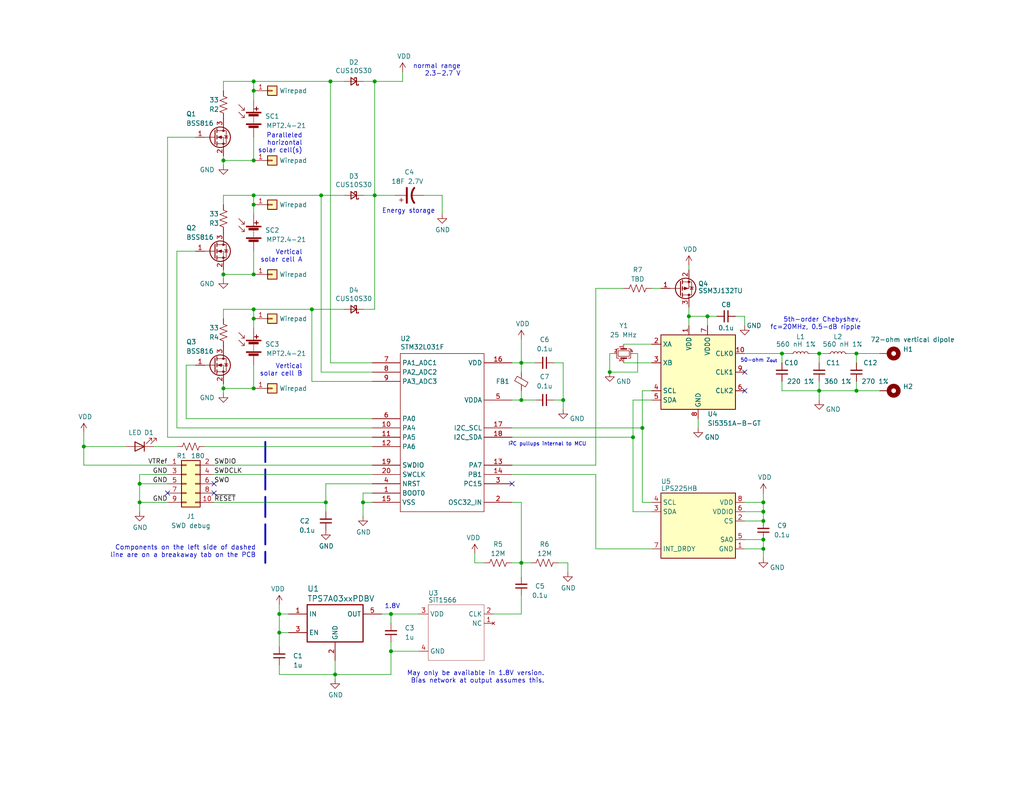
<source format=kicad_sch>
(kicad_sch (version 20200618) (host eeschema "(5.99.0-2195-g476558ece)")
  (page 1 1)
  (paper "USLetter")
  (title_block (title "WWU Picoballoon Mk1") (date "2021-11-22") (rev "A"))
  (lib_symbols
    (symbol "Connector_Generic:Conn_01x01" (pin_names hide)
      (property "Reference" "J" (at 0 2.54 0))
      (property "Value" "Conn_01x01" (at 0 -2.54 0))
      (symbol "Conn_01x01_1_1"
        (rectangle (start -1.27 0.127) (end 0 -0.127) (stroke (width 0.1524)))
        (rectangle (start -1.27 1.27) (end 1.27 -1.27) (stroke (width 0.254)) (fill (type background)))
        (pin passive line (at -5.08 0 0) (length 3.81) (name "Pin_1") (number "1"))
      )
    )
    (symbol "Connector_Generic:Conn_02x05_Odd_Even" (pin_names hide)
      (property "Reference" "J" (at 1.27 7.62 0))
      (property "Value" "Conn_02x05_Odd_Even" (at 1.27 -7.62 0))
      (symbol "Conn_02x05_Odd_Even_1_1"
        (rectangle (start -1.27 -4.953) (end 0 -5.207) (stroke (width 0.1524)))
        (rectangle (start -1.27 -2.413) (end 0 -2.667) (stroke (width 0.1524)))
        (rectangle (start -1.27 2.667) (end 0 2.413) (stroke (width 0.1524)))
        (rectangle (start -1.27 5.207) (end 0 4.953) (stroke (width 0.1524)))
        (rectangle (start -1.27 6.35) (end 3.81 -6.35) (stroke (width 0.254)) (fill (type background)))
        (rectangle (start -1.27 0.127) (end 0 -0.127) (stroke (width 0.1524)))
        (rectangle (start 3.81 -4.953) (end 2.54 -5.207) (stroke (width 0.1524)))
        (rectangle (start 3.81 -2.413) (end 2.54 -2.667) (stroke (width 0.1524)))
        (rectangle (start 3.81 2.667) (end 2.54 2.413) (stroke (width 0.1524)))
        (rectangle (start 3.81 5.207) (end 2.54 4.953) (stroke (width 0.1524)))
        (rectangle (start 3.81 0.127) (end 2.54 -0.127) (stroke (width 0.1524)))
        (pin passive line (at -5.08 5.08 0) (length 3.81) (name "Pin_1") (number "1"))
        (pin passive line (at 7.62 -5.08 180) (length 3.81) (name "Pin_10") (number "10"))
        (pin passive line (at 7.62 5.08 180) (length 3.81) (name "Pin_2") (number "2"))
        (pin passive line (at -5.08 2.54 0) (length 3.81) (name "Pin_3") (number "3"))
        (pin passive line (at 7.62 2.54 180) (length 3.81) (name "Pin_4") (number "4"))
        (pin passive line (at -5.08 0 0) (length 3.81) (name "Pin_5") (number "5"))
        (pin passive line (at 7.62 0 180) (length 3.81) (name "Pin_6") (number "6"))
        (pin passive line (at -5.08 -2.54 0) (length 3.81) (name "Pin_7") (number "7"))
        (pin passive line (at 7.62 -2.54 180) (length 3.81) (name "Pin_8") (number "8"))
        (pin passive line (at -5.08 -5.08 0) (length 3.81) (name "Pin_9") (number "9"))
      )
    )
    (symbol "Device:CP1" (pin_numbers hide) (pin_names (offset 0.254) hide)
      (property "Reference" "C" (at 0.635 2.54 0))
      (property "Value" "CP1" (at 0.635 -2.54 0))
      (symbol "CP1_0_1"
        (arc (start -2.032 -1.27) (end 2.032 -1.27) (radius (at 0 -3.81) (length 3.2512) (angles 128.7 51.3)) (stroke (width 0.508)))
        (polyline (pts (xy -2.032 0.762) (xy 2.032 0.762)) (stroke (width 0.508)))
        (polyline (pts (xy -1.778 2.286) (xy -0.762 2.286)))
        (polyline (pts (xy -1.27 1.778) (xy -1.27 2.794)))
      )
      (symbol "CP1_1_1"
        (pin passive line (at 0 3.81 270) (length 2.794) (name "~") (number "1"))
        (pin passive line (at 0 -3.81 90) (length 3.302) (name "~") (number "2"))
      )
    )
    (symbol "Device:C_Small" (pin_numbers hide) (pin_names (offset 0.254) hide)
      (property "Reference" "C" (at 0.254 1.778 0))
      (property "Value" "C_Small" (at 0.254 -2.032 0))
      (symbol "C_Small_0_1"
        (polyline (pts (xy -1.524 -0.508) (xy 1.524 -0.508)) (stroke (width 0.3302)))
        (polyline (pts (xy -1.524 0.508) (xy 1.524 0.508)) (stroke (width 0.3048)))
      )
      (symbol "C_Small_1_1"
        (pin passive line (at 0 2.54 270) (length 2.032) (name "~") (number "1"))
        (pin passive line (at 0 -2.54 90) (length 2.032) (name "~") (number "2"))
      )
    )
    (symbol "Device:Crystal_GND24_Small" (pin_names hide)
      (property "Reference" "Y" (at 1.27 4.445 0))
      (property "Value" "Crystal_GND24_Small" (at 1.27 2.54 0))
      (symbol "Crystal_GND24_Small_0_1"
        (rectangle (start -0.762 -1.524) (end 0.762 1.524))
        (polyline (pts (xy -1.27 -0.762) (xy -1.27 0.762)) (stroke (width 0.381)))
        (polyline (pts (xy 1.27 -0.762) (xy 1.27 0.762)) (stroke (width 0.381)))
        (polyline (pts (xy -1.27 -1.27) (xy -1.27 -1.905) (xy 1.27 -1.905) (xy 1.27 -1.27)))
        (polyline (pts (xy -1.27 1.27) (xy -1.27 1.905) (xy 1.27 1.905) (xy 1.27 1.27)))
      )
      (symbol "Crystal_GND24_Small_1_1"
        (pin passive line (at -2.54 0 0) (length 1.27) (name "1") (number "1"))
        (pin passive line (at 0 -2.54 90) (length 0.635) (name "2") (number "2"))
        (pin passive line (at 2.54 0 180) (length 1.27) (name "3") (number "3"))
        (pin passive line (at 0 2.54 270) (length 0.635) (name "4") (number "4"))
      )
    )
    (symbol "Device:D_Schottky_Small" (pin_numbers hide) (pin_names (offset 0.254) hide)
      (property "Reference" "D" (at -1.27 2.032 0))
      (property "Value" "D_Schottky_Small" (at -7.112 -2.032 0))
      (symbol "D_Schottky_Small_0_1"
        (polyline (pts (xy -0.762 0) (xy 0.762 0)))
        (polyline (pts (xy 0.762 -1.016) (xy -0.762 0) (xy 0.762 1.016) (xy 0.762 -1.016)) (stroke (width 0.254)))
        (polyline (pts (xy -1.27 0.762) (xy -1.27 1.016) (xy -0.762 1.016) (xy -0.762 -1.016) (xy -0.254 -1.016) (xy -0.254 -0.762)) (stroke (width 0.254)))
      )
      (symbol "D_Schottky_Small_1_1"
        (pin passive line (at -2.54 0 0) (length 1.778) (name "K") (number "1"))
        (pin passive line (at 2.54 0 180) (length 1.778) (name "A") (number "2"))
      )
    )
    (symbol "Device:Ferrite_Bead_Small" (pin_numbers hide) (pin_names (offset 0))
      (property "Reference" "FB" (at 1.905 1.27 0))
      (property "Value" "Ferrite_Bead_Small" (at 1.905 -1.27 0))
      (symbol "Ferrite_Bead_Small_0_1"
        (polyline (pts (xy 0 -1.27) (xy 0 -0.7874)))
        (polyline (pts (xy 0 0.889) (xy 0 1.2954)))
        (polyline (pts (xy -1.8288 0.2794) (xy -1.1176 1.4986) (xy 1.8288 -0.2032) (xy 1.1176 -1.4224) (xy -1.8288 0.2794)))
      )
      (symbol "Ferrite_Bead_Small_1_1"
        (pin passive line (at 0 2.54 270) (length 1.27) (name "~") (number "1"))
        (pin passive line (at 0 -2.54 90) (length 1.27) (name "~") (number "2"))
      )
    )
    (symbol "Device:LED" (pin_numbers hide) (pin_names hide)
      (property "Reference" "D" (at 0 2.54 0))
      (property "Value" "LED" (at 0 -2.54 0))
      (symbol "LED_0_1"
        (polyline (pts (xy -1.27 -1.27) (xy -1.27 1.27)) (stroke (width 0.254)))
        (polyline (pts (xy -1.27 0) (xy 1.27 0)))
        (polyline (pts (xy 1.27 -1.27) (xy 1.27 1.27) (xy -1.27 0) (xy 1.27 -1.27)) (stroke (width 0.254)))
        (polyline (pts (xy -3.048 -0.762) (xy -4.572 -2.286) (xy -3.81 -2.286) (xy -4.572 -2.286) (xy -4.572 -1.524)))
        (polyline (pts (xy -1.778 -0.762) (xy -3.302 -2.286) (xy -2.54 -2.286) (xy -3.302 -2.286) (xy -3.302 -1.524)))
      )
      (symbol "LED_1_1"
        (pin passive line (at -3.81 0 0) (length 2.54) (name "K") (number "1"))
        (pin passive line (at 3.81 0 180) (length 2.54) (name "A") (number "2"))
      )
    )
    (symbol "Device:L_Small" (pin_numbers hide) (pin_names (offset 0.254) hide)
      (property "Reference" "L" (at 0.762 1.016 0))
      (property "Value" "L_Small" (at 0.762 -1.016 0))
      (symbol "L_Small_0_1"
        (arc (start 0 -2.032) (end 0 -1.016) (radius (at 0 -1.524) (length 0.508) (angles -89.9 89.9)))
        (arc (start 0 -1.016) (end 0 0) (radius (at 0 -0.508) (length 0.508) (angles -89.9 89.9)))
        (arc (start 0 0) (end 0 1.016) (radius (at 0 0.508) (length 0.508) (angles -89.9 89.9)))
        (arc (start 0 1.016) (end 0 2.032) (radius (at 0 1.524) (length 0.508) (angles -89.9 89.9)))
      )
      (symbol "L_Small_1_1"
        (pin passive line (at 0 2.54 270) (length 0.508) (name "~") (number "1"))
        (pin passive line (at 0 -2.54 90) (length 0.508) (name "~") (number "2"))
      )
    )
    (symbol "Device:Q_NMOS_GSD" (pin_names (offset 0) hide)
      (property "Reference" "Q" (at 5.08 1.27 0))
      (property "Value" "Q_NMOS_GSD" (at 5.08 -1.27 0))
      (symbol "Q_NMOS_GSD_0_1"
        (circle (center 1.651 0) (radius 2.794) (stroke (width 0.254)))
        (circle (center 2.54 -1.778) (radius 0.254) (fill (type outline)))
        (circle (center 2.54 1.778) (radius 0.254) (fill (type outline)))
        (polyline (pts (xy 0.254 0) (xy -2.54 0)))
        (polyline (pts (xy 0.254 1.905) (xy 0.254 -1.905)) (stroke (width 0.254)))
        (polyline (pts (xy 0.762 -1.27) (xy 0.762 -2.286)) (stroke (width 0.254)))
        (polyline (pts (xy 0.762 0.508) (xy 0.762 -0.508)) (stroke (width 0.254)))
        (polyline (pts (xy 0.762 2.286) (xy 0.762 1.27)) (stroke (width 0.254)))
        (polyline (pts (xy 2.54 2.54) (xy 2.54 1.778)))
        (polyline (pts (xy 2.54 -2.54) (xy 2.54 0) (xy 0.762 0)))
        (polyline (pts (xy 0.762 -1.778) (xy 3.302 -1.778) (xy 3.302 1.778) (xy 0.762 1.778)))
        (polyline (pts (xy 1.016 0) (xy 2.032 0.381) (xy 2.032 -0.381) (xy 1.016 0)) (fill (type outline)))
        (polyline (pts (xy 2.794 0.508) (xy 2.921 0.381) (xy 3.683 0.381) (xy 3.81 0.254)))
        (polyline (pts (xy 3.302 0.381) (xy 2.921 -0.254) (xy 3.683 -0.254) (xy 3.302 0.381)))
      )
      (symbol "Q_NMOS_GSD_1_1"
        (pin input line (at -5.08 0 0) (length 2.54) (name "G") (number "1"))
        (pin passive line (at 2.54 -5.08 90) (length 2.54) (name "S") (number "2"))
        (pin passive line (at 2.54 5.08 270) (length 2.54) (name "D") (number "3"))
      )
    )
    (symbol "Device:Q_PMOS_GSD" (pin_names (offset 0) hide)
      (property "Reference" "Q" (at 5.08 1.27 0))
      (property "Value" "Q_PMOS_GSD" (at 5.08 -1.27 0))
      (symbol "Q_PMOS_GSD_0_1"
        (circle (center 1.651 0) (radius 2.794) (stroke (width 0.254)))
        (circle (center 2.54 -1.778) (radius 0.254) (fill (type outline)))
        (circle (center 2.54 1.778) (radius 0.254) (fill (type outline)))
        (polyline (pts (xy 0.254 0) (xy -2.54 0)))
        (polyline (pts (xy 0.254 1.905) (xy 0.254 -1.905)) (stroke (width 0.254)))
        (polyline (pts (xy 0.762 -1.27) (xy 0.762 -2.286)) (stroke (width 0.254)))
        (polyline (pts (xy 0.762 0.508) (xy 0.762 -0.508)) (stroke (width 0.254)))
        (polyline (pts (xy 0.762 2.286) (xy 0.762 1.27)) (stroke (width 0.254)))
        (polyline (pts (xy 2.54 2.54) (xy 2.54 1.778)))
        (polyline (pts (xy 2.54 -2.54) (xy 2.54 0) (xy 0.762 0)))
        (polyline (pts (xy 0.762 1.778) (xy 3.302 1.778) (xy 3.302 -1.778) (xy 0.762 -1.778)))
        (polyline (pts (xy 2.286 0) (xy 1.27 0.381) (xy 1.27 -0.381) (xy 2.286 0)) (fill (type outline)))
        (polyline (pts (xy 2.794 -0.508) (xy 2.921 -0.381) (xy 3.683 -0.381) (xy 3.81 -0.254)))
        (polyline (pts (xy 3.302 -0.381) (xy 2.921 0.254) (xy 3.683 0.254) (xy 3.302 -0.381)))
      )
      (symbol "Q_PMOS_GSD_1_1"
        (pin input line (at -5.08 0 0) (length 2.54) (name "G") (number "1"))
        (pin passive line (at 2.54 -5.08 90) (length 2.54) (name "S") (number "2"))
        (pin passive line (at 2.54 5.08 270) (length 2.54) (name "D") (number "3"))
      )
    )
    (symbol "Device:R_US" (pin_numbers hide) (pin_names (offset 0))
      (property "Reference" "R" (at 2.54 0 90))
      (property "Value" "R_US" (at -2.54 0 90))
      (symbol "R_US_0_1"
        (polyline (pts (xy 0 -2.286) (xy 0 -2.54)))
        (polyline (pts (xy 0 2.286) (xy 0 2.54)))
        (polyline (pts (xy 0 -0.762) (xy 1.016 -1.143) (xy 0 -1.524) (xy -1.016 -1.905) (xy 0 -2.286)))
        (polyline (pts (xy 0 0.762) (xy 1.016 0.381) (xy 0 0) (xy -1.016 -0.381) (xy 0 -0.762)))
        (polyline (pts (xy 0 2.286) (xy 1.016 1.905) (xy 0 1.524) (xy -1.016 1.143) (xy 0 0.762)))
      )
      (symbol "R_US_1_1"
        (pin passive line (at 0 3.81 270) (length 1.27) (name "~") (number "1"))
        (pin passive line (at 0 -3.81 90) (length 1.27) (name "~") (number "2"))
      )
    )
    (symbol "Device:Solar_Cells" (pin_numbers hide) (pin_names (offset 0) hide)
      (property "Reference" "SC" (at 2.54 2.54 0))
      (property "Value" "Solar_Cells" (at 2.54 0 0))
      (symbol "Solar_Cells_0_1"
        (rectangle (start -2.032 -1.397) (end 2.032 -1.651) (fill (type outline)))
        (rectangle (start -2.032 1.778) (end 2.032 1.524) (fill (type outline)))
        (rectangle (start -1.3208 -1.9812) (end 1.27 -2.4892) (fill (type outline)))
        (rectangle (start -1.3208 1.1938) (end 1.27 0.6858) (fill (type outline)))
        (polyline (pts (xy -2.54 0.254) (xy -4.064 1.778)))
        (polyline (pts (xy -2.54 2.286) (xy -4.064 3.81)))
        (polyline (pts (xy 0 -1.524) (xy 0 -1.27)))
        (polyline (pts (xy 0 -1.016) (xy 0 -0.762)))
        (polyline (pts (xy 0 -0.508) (xy 0 -0.254)))
        (polyline (pts (xy 0 0) (xy 0 0.254)))
        (polyline (pts (xy 0 0.508) (xy 0 0.762)))
        (polyline (pts (xy 0 1.778) (xy 0 2.54)))
        (polyline (pts (xy 0.254 2.667) (xy 1.27 2.667)) (stroke (width 0.254)))
        (polyline (pts (xy 0.762 3.175) (xy 0.762 2.159)) (stroke (width 0.254)))
        (polyline (pts (xy -2.54 1.016) (xy -2.54 0.254) (xy -3.302 0.254)))
        (polyline (pts (xy -2.54 3.048) (xy -2.54 2.286) (xy -3.302 2.286)))
      )
      (symbol "Solar_Cells_1_1"
        (pin passive line (at 0 5.08 270) (length 2.54) (name "+") (number "1"))
        (pin passive line (at 0 -5.08 90) (length 2.54) (name "-") (number "2"))
      )
    )
    (symbol "Mechanical:MountingHole_Pad" (pin_numbers hide) (pin_names hide)
      (property "Reference" "H" (at 0 6.35 0))
      (property "Value" "MountingHole_Pad" (at 0 4.445 0))
      (symbol "MountingHole_Pad_0_1"
        (circle (center 0 1.27) (radius 1.27) (stroke (width 1.27)))
      )
      (symbol "MountingHole_Pad_1_1"
        (pin input line (at 0 -2.54 90) (length 2.54) (name "1") (number "1"))
      )
    )
    (symbol "Oscillator:Si5351A-B-GT" (pin_names (offset 0.508))
      (property "Reference" "U" (at -8.89 11.43 0))
      (property "Value" "Si5351A-B-GT" (at -12.7 -12.7 0))
      (symbol "Si5351A-B-GT_0_1"
        (rectangle (start -10.16 10.16) (end 10.16 -10.16) (stroke (width 0.254)) (fill (type background)))
      )
      (symbol "Si5351A-B-GT_1_1"
        (pin power_in line (at -2.54 12.7 270) (length 2.54) (name "VDD") (number "1"))
        (pin output line (at 12.7 5.08 180) (length 2.54) (name "CLK0") (number "10"))
        (pin input line (at -12.7 7.62 0) (length 2.54) (name "XA") (number "2"))
        (pin input line (at -12.7 2.54 0) (length 2.54) (name "XB") (number "3"))
        (pin input line (at -12.7 -5.08 0) (length 2.54) (name "SCL") (number "4"))
        (pin bidirectional line (at -12.7 -7.62 0) (length 2.54) (name "SDA") (number "5"))
        (pin output line (at 12.7 -5.08 180) (length 2.54) (name "CLK2") (number "6"))
        (pin power_in line (at 2.54 12.7 270) (length 2.54) (name "VDDO") (number "7"))
        (pin power_in line (at 0 -12.7 90) (length 2.54) (name "GND") (number "8"))
        (pin output line (at 12.7 0 180) (length 2.54) (name "CLK1") (number "9"))
      )
    )
    (symbol "STMicroelectronics:LPS225HB" (pin_names (offset 0.508))
      (property "Reference" "U" (at -10.16 8.89 0))
      (property "Value" "LPS225HB" (at 10.16 8.89 0))
      (symbol "LPS225HB_0_1"
        (rectangle (start -10.16 7.62) (end 10.16 -10.16) (stroke (width 0.254)) (fill (type background)))
      )
      (symbol "LPS225HB_1_1"
        (pin power_in line (at 12.7 -7.62 180) (length 2.54) (name "GND") (number "1"))
        (pin input line (at 12.7 0 180) (length 2.54) (name "CS") (number "2"))
        (pin input line (at -12.7 2.54 0) (length 2.54) (name "SDA") (number "3"))
        (pin input line (at -12.7 5.08 0) (length 2.54) (name "SCL") (number "4"))
        (pin input line (at 12.7 -5.08 180) (length 2.54) (name "SA0") (number "5"))
        (pin power_in line (at 12.7 2.54 180) (length 2.54) (name "VDDIO") (number "6"))
        (pin output line (at -12.7 -7.62 0) (length 2.54) (name "INT_DRDY") (number "7"))
        (pin power_in line (at 12.7 5.08 180) (length 2.54) (name "VDD") (number "8"))
      )
    )
    (symbol "STMicroelectronics:STM32L031F"
      (property "Reference" "U" (at 10.16 22.86 0))
      (property "Value" "STM32L031F" (at -5.08 22.86 0))
      (symbol "STM32L031F_1_0"
        (rectangle (start -11.43 20.32) (end 11.43 -22.86))
      )
      (symbol "STM32L031F_1_1"
        (pin input line (at -19.05 -17.78 0) (length 7.62) (name "BOOT0") (number "1"))
        (pin input line (at 19.05 -20.32 180) (length 7.62) (name "OSC32_IN") (number "2"))
        (pin input line (at 19.05 -15.24 180) (length 7.62) (name "PC15") (number "3"))
        (pin input line (at -19.05 -15.24 0) (length 7.62) (name "NRST") (number "4"))
        (pin power_in line (at 19.05 7.62 180) (length 7.62) (name "VDDA") (number "5"))
        (pin output line (at -19.05 2.54 0) (length 7.62) (name "PA0") (number "6"))
        (pin passive line (at -19.05 17.78 0) (length 7.62) (name "PA1_ADC1") (number "7"))
        (pin passive line (at -19.05 15.24 0) (length 7.62) (name "PA2_ADC2") (number "8"))
        (pin passive line (at -19.05 12.7 0) (length 7.62) (name "PA3_ADC3") (number "9"))
        (pin output line (at -19.05 0 0) (length 7.62) (name "PA4") (number "10"))
        (pin output line (at -19.05 -2.54 0) (length 7.62) (name "PA5") (number "11"))
        (pin input line (at -19.05 -5.08 0) (length 7.62) (name "PA6") (number "12"))
        (pin input line (at 19.05 -10.16 180) (length 7.62) (name "PA7") (number "13"))
        (pin input line (at 19.05 -12.7 180) (length 7.62) (name "PB1") (number "14"))
        (pin power_in line (at -19.05 -20.32 0) (length 7.62) (name "VSS") (number "15"))
        (pin power_in line (at 19.05 17.78 180) (length 7.62) (name "VDD") (number "16"))
        (pin output line (at 19.05 0 180) (length 7.62) (name "I2C_SCL") (number "17"))
        (pin output line (at 19.05 -2.54 180) (length 7.62) (name "I2C_SDA") (number "18"))
        (pin input line (at -19.05 -10.16 0) (length 7.62) (name "SWDIO") (number "19"))
        (pin input line (at -19.05 -12.7 0) (length 7.62) (name "SWCLK") (number "20"))
      )
    )
    (symbol "SiTime:SiT1566"
      (property "Reference" "U" (at 0 -11.43 0))
      (property "Value" "SiT1566" (at 0 -8.89 0))
      (symbol "SiT1566_0_1"
        (rectangle (start -7.62 7.62) (end 7.62 -7.62) (stroke (width 0.0006)))
      )
      (symbol "SiT1566_0_0"
        (pin unconnected line (at 10.16 2.54 180) (length 2.54) (name "NC") (number "1"))
        (pin output line (at 10.16 5.08 180) (length 2.54) (name "CLK") (number "2"))
        (pin power_in line (at -10.16 5.08 0) (length 2.54) (name "VDD") (number "3"))
        (pin power_in line (at -10.16 -5.08 0) (length 2.54) (name "GND") (number "4"))
      )
    )
    (symbol "TI:TPS7A03xxPDBV"
      (property "Reference" "U" (at -7.62 8.89 0))
      (property "Value" "TPS7A03xxPDBV" (at -7.62 6.35 0))
      (property "Footprint" "TO_SOT_Packages_SMD:SOT-23" (at -12.7 2.54 0))
      (symbol "TPS7A03xxPDBV_1_1"
        (rectangle (start -7.62 5.08) (end 7.62 -5.08) (stroke (width 0.3048)))
        (pin power_in line (at -12.7 2.54 0) (length 5.08) (name "IN") (number "1"))
        (pin power_in line (at 0 -10.16 90) (length 5.08) (name "GND") (number "2"))
        (pin input line (at -12.7 -2.54 0) (length 5.08) (name "EN") (number "3"))
        (pin unconnected line (at 12.7 -2.54 180) (length 5.08) hide (name "NC") (number "4"))
        (pin power_out line (at 12.7 2.54 180) (length 5.08) (name "OUT") (number "5"))
      )
    )
    (symbol "power:GND" (power) (pin_names (offset 0))
      (property "Value" "GND" (at 0 -3.81 0))
      (symbol "GND_0_1"
        (polyline (pts (xy 0 0) (xy 0 -1.27) (xy 1.27 -1.27) (xy 0 -2.54) (xy -1.27 -1.27) (xy 0 -1.27)))
      )
      (symbol "GND_1_1"
        (pin power_in line (at 0 0 270) (length 0) hide (name "GND") (number "1"))
      )
    )
    (symbol "power:VDD" (power) (pin_names (offset 0))
      (property "Value" "VDD" (at 0 3.81 0))
      (symbol "VDD_0_1"
        (polyline (pts (xy -0.762 1.27) (xy 0 2.54)))
        (polyline (pts (xy 0 0) (xy 0 2.54)))
        (polyline (pts (xy 0 2.54) (xy 0.762 1.27)))
      )
      (symbol "VDD_1_1"
        (pin power_in line (at 0 0 90) (length 0) hide (name "VDD") (number "1"))
      )
    )
  )
  (junction (at 22.86 121.92))
  (junction (at 38.1 132.08))
  (junction (at 38.1 137.16))
  (junction (at 60.96 43.815))
  (junction (at 60.96 74.93))
  (junction (at 60.96 106.045))
  (junction (at 69.215 22.225))
  (junction (at 69.215 24.765))
  (junction (at 69.215 43.815))
  (junction (at 69.215 53.34))
  (junction (at 69.215 55.88))
  (junction (at 69.215 74.93))
  (junction (at 69.215 84.455))
  (junction (at 69.215 86.995))
  (junction (at 69.215 106.045))
  (junction (at 76.2 167.64))
  (junction (at 76.2 172.72))
  (junction (at 85.09 84.455))
  (junction (at 87.63 53.34))
  (junction (at 88.9 137.16))
  (junction (at 90.17 22.225))
  (junction (at 91.44 184.15))
  (junction (at 99.06 137.16))
  (junction (at 102.235 22.225))
  (junction (at 102.235 53.34))
  (junction (at 106.68 167.64))
  (junction (at 106.68 177.8))
  (junction (at 142.24 99.06))
  (junction (at 142.24 109.22))
  (junction (at 142.24 153.67))
  (junction (at 153.67 109.22))
  (junction (at 166.37 101.6))
  (junction (at 172.72 119.38))
  (junction (at 175.26 116.84))
  (junction (at 187.96 86.36))
  (junction (at 193.04 86.36))
  (junction (at 208.28 137.16))
  (junction (at 208.28 139.7))
  (junction (at 208.28 142.24))
  (junction (at 208.28 147.32))
  (junction (at 208.28 149.86))
  (junction (at 213.36 96.52))
  (junction (at 223.52 96.52))
  (junction (at 223.52 106.68))
  (junction (at 233.68 96.52))
  (junction (at 233.68 106.68))
  (no_connect (at 58.42 132.08))
  (no_connect (at 58.42 134.62))
  (no_connect (at 139.7 132.08))
  (no_connect (at 45.72 134.62))
  (no_connect (at 203.2 106.68))
  (no_connect (at 203.2 101.6))
  (wire (pts (xy 22.86 118.11) (xy 22.86 121.92)))
  (wire (pts (xy 22.86 121.92) (xy 22.86 127)))
  (wire (pts (xy 22.86 121.92) (xy 34.29 121.92)))
  (wire (pts (xy 22.86 127) (xy 45.72 127)))
  (wire (pts (xy 38.1 129.54) (xy 38.1 132.08)))
  (wire (pts (xy 38.1 132.08) (xy 38.1 137.16)))
  (wire (pts (xy 38.1 132.08) (xy 45.72 132.08)))
  (wire (pts (xy 38.1 137.16) (xy 38.1 139.7)))
  (wire (pts (xy 38.1 137.16) (xy 45.72 137.16)))
  (wire (pts (xy 41.91 121.92) (xy 48.26 121.92)))
  (wire (pts (xy 45.72 37.465) (xy 53.34 37.465)))
  (wire (pts (xy 45.72 119.38) (xy 45.72 37.465)))
  (wire (pts (xy 45.72 129.54) (xy 38.1 129.54)))
  (wire (pts (xy 48.26 68.58) (xy 53.34 68.58)))
  (wire (pts (xy 48.26 116.84) (xy 48.26 68.58)))
  (wire (pts (xy 50.8 99.695) (xy 53.34 99.695)))
  (wire (pts (xy 50.8 114.3) (xy 50.8 99.695)))
  (wire (pts (xy 55.88 121.92) (xy 101.6 121.92)))
  (wire (pts (xy 58.42 127) (xy 101.6 127)))
  (wire (pts (xy 58.42 129.54) (xy 101.6 129.54)))
  (wire (pts (xy 58.42 137.16) (xy 88.9 137.16)))
  (wire (pts (xy 60.96 22.225) (xy 69.215 22.225)))
  (wire (pts (xy 60.96 24.765) (xy 60.96 22.225)))
  (wire (pts (xy 60.96 42.545) (xy 60.96 43.815)))
  (wire (pts (xy 60.96 43.815) (xy 60.96 45.085)))
  (wire (pts (xy 60.96 43.815) (xy 69.215 43.815)))
  (wire (pts (xy 60.96 53.34) (xy 69.215 53.34)))
  (wire (pts (xy 60.96 55.88) (xy 60.96 53.34)))
  (wire (pts (xy 60.96 73.66) (xy 60.96 74.93)))
  (wire (pts (xy 60.96 74.93) (xy 60.96 76.2)))
  (wire (pts (xy 60.96 74.93) (xy 69.215 74.93)))
  (wire (pts (xy 60.96 84.455) (xy 69.215 84.455)))
  (wire (pts (xy 60.96 86.995) (xy 60.96 84.455)))
  (wire (pts (xy 60.96 104.775) (xy 60.96 106.045)))
  (wire (pts (xy 60.96 106.045) (xy 60.96 107.315)))
  (wire (pts (xy 60.96 106.045) (xy 69.215 106.045)))
  (wire (pts (xy 69.215 22.225) (xy 69.215 24.765)))
  (wire (pts (xy 69.215 22.225) (xy 90.17 22.225)))
  (wire (pts (xy 69.215 24.765) (xy 69.215 27.305)))
  (wire (pts (xy 69.215 43.815) (xy 69.215 37.465)))
  (wire (pts (xy 69.215 53.34) (xy 69.215 55.88)))
  (wire (pts (xy 69.215 53.34) (xy 87.63 53.34)))
  (wire (pts (xy 69.215 55.88) (xy 69.215 58.42)))
  (wire (pts (xy 69.215 74.93) (xy 69.215 68.58)))
  (wire (pts (xy 69.215 84.455) (xy 69.215 86.995)))
  (wire (pts (xy 69.215 84.455) (xy 85.09 84.455)))
  (wire (pts (xy 69.215 86.995) (xy 69.215 89.535)))
  (wire (pts (xy 69.215 106.045) (xy 69.215 99.695)))
  (wire (pts (xy 76.2 165.1) (xy 76.2 167.64)))
  (wire (pts (xy 76.2 167.64) (xy 76.2 172.72)))
  (wire (pts (xy 76.2 167.64) (xy 78.74 167.64)))
  (wire (pts (xy 76.2 172.72) (xy 76.2 176.53)))
  (wire (pts (xy 76.2 172.72) (xy 78.74 172.72)))
  (wire (pts (xy 76.2 181.61) (xy 76.2 184.15)))
  (wire (pts (xy 76.2 184.15) (xy 91.44 184.15)))
  (wire (pts (xy 85.09 84.455) (xy 93.98 84.455)))
  (wire (pts (xy 85.09 104.14) (xy 85.09 84.455)))
  (wire (pts (xy 87.63 53.34) (xy 93.98 53.34)))
  (wire (pts (xy 87.63 101.6) (xy 87.63 53.34)))
  (wire (pts (xy 88.9 132.08) (xy 101.6 132.08)))
  (wire (pts (xy 88.9 137.16) (xy 88.9 132.08)))
  (wire (pts (xy 88.9 137.16) (xy 88.9 139.7)))
  (wire (pts (xy 90.17 22.225) (xy 93.98 22.225)))
  (wire (pts (xy 90.17 99.06) (xy 90.17 22.225)))
  (wire (pts (xy 91.44 180.34) (xy 91.44 184.15)))
  (wire (pts (xy 91.44 184.15) (xy 91.44 185.42)))
  (wire (pts (xy 91.44 184.15) (xy 106.68 184.15)))
  (wire (pts (xy 99.06 22.225) (xy 102.235 22.225)))
  (wire (pts (xy 99.06 53.34) (xy 102.235 53.34)))
  (wire (pts (xy 99.06 134.62) (xy 101.6 134.62)))
  (wire (pts (xy 99.06 137.16) (xy 99.06 134.62)))
  (wire (pts (xy 99.06 137.16) (xy 99.06 140.97)))
  (wire (pts (xy 99.06 137.16) (xy 101.6 137.16)))
  (wire (pts (xy 101.6 99.06) (xy 90.17 99.06)))
  (wire (pts (xy 101.6 101.6) (xy 87.63 101.6)))
  (wire (pts (xy 101.6 104.14) (xy 85.09 104.14)))
  (wire (pts (xy 101.6 114.3) (xy 50.8 114.3)))
  (wire (pts (xy 101.6 116.84) (xy 48.26 116.84)))
  (wire (pts (xy 101.6 119.38) (xy 45.72 119.38)))
  (wire (pts (xy 102.235 22.225) (xy 102.235 53.34)))
  (wire (pts (xy 102.235 53.34) (xy 102.235 84.455)))
  (wire (pts (xy 102.235 53.34) (xy 107.95 53.34)))
  (wire (pts (xy 102.235 84.455) (xy 99.06 84.455)))
  (wire (pts (xy 104.14 167.64) (xy 106.68 167.64)))
  (wire (pts (xy 106.68 167.64) (xy 106.68 170.18)))
  (wire (pts (xy 106.68 167.64) (xy 114.3 167.64)))
  (wire (pts (xy 106.68 175.26) (xy 106.68 177.8)))
  (wire (pts (xy 106.68 177.8) (xy 114.3 177.8)))
  (wire (pts (xy 106.68 184.15) (xy 106.68 177.8)))
  (wire (pts (xy 109.855 19.685) (xy 109.855 22.225)))
  (wire (pts (xy 109.855 22.225) (xy 102.235 22.225)))
  (wire (pts (xy 120.65 53.34) (xy 115.57 53.34)))
  (wire (pts (xy 120.65 58.42) (xy 120.65 53.34)))
  (wire (pts (xy 129.54 151.13) (xy 129.54 153.67)))
  (wire (pts (xy 129.54 153.67) (xy 132.08 153.67)))
  (wire (pts (xy 134.62 167.64) (xy 142.24 167.64)))
  (wire (pts (xy 139.7 99.06) (xy 142.24 99.06)))
  (wire (pts (xy 139.7 116.84) (xy 175.26 116.84)))
  (wire (pts (xy 139.7 119.38) (xy 172.72 119.38)))
  (wire (pts (xy 139.7 127) (xy 162.56 127)))
  (wire (pts (xy 139.7 129.54) (xy 162.56 129.54)))
  (wire (pts (xy 139.7 137.16) (xy 142.24 137.16)))
  (wire (pts (xy 139.7 153.67) (xy 142.24 153.67)))
  (wire (pts (xy 142.24 92.71) (xy 142.24 99.06)))
  (wire (pts (xy 142.24 99.06) (xy 142.24 101.6)))
  (wire (pts (xy 142.24 99.06) (xy 146.05 99.06)))
  (wire (pts (xy 142.24 106.68) (xy 142.24 109.22)))
  (wire (pts (xy 142.24 109.22) (xy 139.7 109.22)))
  (wire (pts (xy 142.24 109.22) (xy 146.05 109.22)))
  (wire (pts (xy 142.24 137.16) (xy 142.24 153.67)))
  (wire (pts (xy 142.24 153.67) (xy 142.24 157.48)))
  (wire (pts (xy 142.24 153.67) (xy 144.78 153.67)))
  (wire (pts (xy 142.24 167.64) (xy 142.24 162.56)))
  (wire (pts (xy 151.13 99.06) (xy 153.67 99.06)))
  (wire (pts (xy 151.13 109.22) (xy 153.67 109.22)))
  (wire (pts (xy 153.67 99.06) (xy 153.67 109.22)))
  (wire (pts (xy 153.67 109.22) (xy 153.67 111.76)))
  (wire (pts (xy 154.94 153.67) (xy 152.4 153.67)))
  (wire (pts (xy 154.94 156.21) (xy 154.94 153.67)))
  (wire (pts (xy 162.56 78.74) (xy 162.56 127)))
  (wire (pts (xy 162.56 78.74) (xy 170.18 78.74)))
  (wire (pts (xy 162.56 129.54) (xy 162.56 149.86)))
  (wire (pts (xy 162.56 149.86) (xy 177.8 149.86)))
  (wire (pts (xy 166.37 96.52) (xy 166.37 101.6)))
  (wire (pts (xy 166.37 101.6) (xy 173.99 101.6)))
  (wire (pts (xy 167.64 96.52) (xy 166.37 96.52)))
  (wire (pts (xy 170.18 93.98) (xy 177.8 93.98)))
  (wire (pts (xy 170.18 99.06) (xy 177.8 99.06)))
  (wire (pts (xy 172.72 109.22) (xy 177.8 109.22)))
  (wire (pts (xy 172.72 119.38) (xy 172.72 109.22)))
  (wire (pts (xy 172.72 139.7) (xy 172.72 119.38)))
  (wire (pts (xy 173.99 96.52) (xy 172.72 96.52)))
  (wire (pts (xy 173.99 101.6) (xy 173.99 96.52)))
  (wire (pts (xy 175.26 106.68) (xy 177.8 106.68)))
  (wire (pts (xy 175.26 116.84) (xy 175.26 106.68)))
  (wire (pts (xy 175.26 137.16) (xy 175.26 116.84)))
  (wire (pts (xy 177.8 78.74) (xy 180.34 78.74)))
  (wire (pts (xy 177.8 137.16) (xy 175.26 137.16)))
  (wire (pts (xy 177.8 139.7) (xy 172.72 139.7)))
  (wire (pts (xy 187.96 72.39) (xy 187.96 73.66)))
  (wire (pts (xy 187.96 83.82) (xy 187.96 86.36)))
  (wire (pts (xy 187.96 86.36) (xy 187.96 88.9)))
  (wire (pts (xy 190.5 114.3) (xy 190.5 116.84)))
  (wire (pts (xy 193.04 86.36) (xy 187.96 86.36)))
  (wire (pts (xy 193.04 86.36) (xy 195.58 86.36)))
  (wire (pts (xy 193.04 88.9) (xy 193.04 86.36)))
  (wire (pts (xy 203.2 86.36) (xy 200.66 86.36)))
  (wire (pts (xy 203.2 88.9) (xy 203.2 86.36)))
  (wire (pts (xy 203.2 96.52) (xy 213.36 96.52)))
  (wire (pts (xy 203.2 137.16) (xy 208.28 137.16)))
  (wire (pts (xy 203.2 139.7) (xy 208.28 139.7)))
  (wire (pts (xy 203.2 149.86) (xy 208.28 149.86)))
  (wire (pts (xy 208.28 134.62) (xy 208.28 137.16)))
  (wire (pts (xy 208.28 137.16) (xy 208.28 139.7)))
  (wire (pts (xy 208.28 139.7) (xy 208.28 142.24)))
  (wire (pts (xy 208.28 142.24) (xy 203.2 142.24)))
  (wire (pts (xy 208.28 147.32) (xy 203.2 147.32)))
  (wire (pts (xy 208.28 149.86) (xy 208.28 147.32)))
  (wire (pts (xy 208.28 152.4) (xy 208.28 149.86)))
  (wire (pts (xy 213.36 96.52) (xy 213.36 99.06)))
  (wire (pts (xy 213.36 96.52) (xy 215.9 96.52)))
  (wire (pts (xy 213.36 104.14) (xy 213.36 106.68)))
  (wire (pts (xy 213.36 106.68) (xy 223.52 106.68)))
  (wire (pts (xy 220.98 96.52) (xy 223.52 96.52)))
  (wire (pts (xy 223.52 96.52) (xy 223.52 99.06)))
  (wire (pts (xy 223.52 96.52) (xy 226.06 96.52)))
  (wire (pts (xy 223.52 104.14) (xy 223.52 106.68)))
  (wire (pts (xy 223.52 106.68) (xy 223.52 109.22)))
  (wire (pts (xy 223.52 106.68) (xy 233.68 106.68)))
  (wire (pts (xy 231.14 96.52) (xy 233.68 96.52)))
  (wire (pts (xy 233.68 96.52) (xy 233.68 99.06)))
  (wire (pts (xy 233.68 96.52) (xy 240.03 96.52)))
  (wire (pts (xy 233.68 104.14) (xy 233.68 106.68)))
  (wire (pts (xy 233.68 106.68) (xy 240.03 106.68)))
  (polyline (pts (xy 72.39 120.65) (xy 72.39 153.67)) (stroke (width 0.5) (type dash)))
  (text "Components on the left side of dashed\nline are on a breakaway tab on the PCB" (at 69.85 152.4 0) (effects (font (size 1.27 1.27)) (justify right bottom)))
  (text "Paralleled\nhorizontal\nsolar cell(s)" (at 82.55 41.91 180) (effects (font (size 1.27 1.27)) (justify right bottom)))
  (text "Vertical\nsolar cell A" (at 82.55 71.755 180) (effects (font (size 1.27 1.27)) (justify right bottom)))
  (text "Vertical\nsolar cell B" (at 82.55 102.87 180) (effects (font (size 1.27 1.27)) (justify right bottom)))
  (text "1.8V" (at 109.22 166.37 180) (effects (font (size 1.27 1.27)) (justify right bottom)))
  (text "Energy storage" (at 118.745 58.42 180) (effects (font (size 1.27 1.27)) (justify right bottom)))
  (text "normal range\n2.3-2.7 V" (at 125.73 20.955 180) (effects (font (size 1.27 1.27)) (justify right bottom)))
  (text "May only be available in 1.8V version.\nBias network at output assumes this." (at 148.59 186.69 0) (effects (font (size 1.27 1.27)) (justify right bottom)))
  (text "I^{2}C pullups internal to MCU" (at 160.02 121.92 180) (effects (font (size 1 1)) (justify right bottom)))
  (text "50-ohm Z_{out}" (at 212.09 99.06 180) (effects (font (size 1 1)) (justify right bottom)))
  (text "5th-order Chebyshev,\nfc=20MHz, 0.5-dB ripple" (at 234.95 90.17 180) (effects (font (size 1.27 1.27)) (justify right bottom)))
  (label "VTRef" (at 45.72 127 180))
  (label "GND" (at 45.72 129.54 180))
  (label "GND" (at 45.72 132.08 180))
  (label "GND" (at 45.72 137.16 180))
  (label "SWDIO" (at 58.42 127 0))
  (label "SWDCLK" (at 58.42 129.54 0))
  (label "SWO" (at 58.42 132.08 0))
  (label "~RESET" (at 58.42 137.16 0))
  (symbol (lib_id "Device:L_Small") (at 218.44 96.52 90) (unit 1)
    (property "Reference" "L1" (at 218.44 91.9288 90))
    (property "Value" "560 nH 1%" (at 217.17 93.98 90))
    (property "Footprint" "Inductors_SMD:L_Abracon_ASPI-3012S" (effects hide))
    (property "Datasheet" "https://www.mouser.com/datasheet/2/281/JELF243A_0085-1380913.pdf" (effects hide))
  )
  (symbol (lib_id "Device:L_Small") (at 228.6 96.52 90) (unit 1)
    (property "Reference" "L2" (at 228.6 91.9288 90))
    (property "Value" "560 nH 1%" (at 229.87 93.98 90))
    (property "Footprint" "Inductors_SMD:L_Abracon_ASPI-3012S" (effects hide))
    (property "Datasheet" "https://www.mouser.com/datasheet/2/281/JELF243A_0085-1380913.pdf" (effects hide))
  )
  (symbol (lib_id "power:VDD") (at 22.86 118.11 0) (unit 1)
    (property "Reference" "#PWR01" (effects hide))
    (property "Value" "VDD" (at 23.241 113.792 0))
  )
  (symbol (lib_id "power:VDD") (at 76.2 165.1 0) (mirror y) (unit 1)
    (property "Reference" "#PWR06" (effects hide))
    (property "Value" "VDD" (at 75.819 160.782 0))
  )
  (symbol (lib_id "power:VDD") (at 109.855 19.685 0) (unit 1)
    (property "Reference" "#PWR010" (effects hide))
    (property "Value" "VDD" (at 110.236 15.367 0))
  )
  (symbol (lib_id "power:VDD") (at 129.54 151.13 0) (mirror y) (unit 1)
    (property "Reference" "#PWR012" (effects hide))
    (property "Value" "VDD" (at 129.159 146.812 0))
  )
  (symbol (lib_id "power:VDD") (at 142.24 92.71 0) (unit 1)
    (property "Reference" "#PWR013" (effects hide))
    (property "Value" "VDD" (at 142.621 88.392 0))
  )
  (symbol (lib_id "power:VDD") (at 187.96 72.39 0) (unit 1)
    (property "Reference" "#PWR017" (effects hide))
    (property "Value" "VDD" (at 188.341 68.072 0))
  )
  (symbol (lib_id "power:VDD") (at 208.28 134.62 0) (unit 1)
    (property "Reference" "#PWR020" (effects hide))
    (property "Value" "VDD" (at 208.661 130.302 0))
  )
  (symbol (lib_id "power:GND") (at 38.1 139.7 0) (unit 1)
    (property "Reference" "#PWR02" (effects hide))
    (property "Value" "GND" (at 38.227 144.018 0))
  )
  (symbol (lib_id "power:GND") (at 60.96 45.085 0) (unit 1)
    (property "Reference" "#PWR03" (effects hide))
    (property "Value" "GND" (at 56.515 46.355 0))
  )
  (symbol (lib_id "power:GND") (at 60.96 76.2 0) (unit 1)
    (property "Reference" "#PWR04" (effects hide))
    (property "Value" "GND" (at 56.515 77.47 0))
  )
  (symbol (lib_id "power:GND") (at 60.96 107.315 0) (unit 1)
    (property "Reference" "#PWR05" (effects hide))
    (property "Value" "GND" (at 56.515 108.585 0))
  )
  (symbol (lib_id "power:GND") (at 88.9 144.78 0) (unit 1)
    (property "Reference" "#PWR07" (effects hide))
    (property "Value" "GND" (at 89.027 149.098 0))
  )
  (symbol (lib_id "power:GND") (at 91.44 185.42 0) (unit 1)
    (property "Reference" "#PWR08" (effects hide))
    (property "Value" "GND" (at 91.567 189.738 0))
  )
  (symbol (lib_id "power:GND") (at 99.06 140.97 0) (unit 1)
    (property "Reference" "#PWR09" (effects hide))
    (property "Value" "GND" (at 99.187 145.288 0))
  )
  (symbol (lib_id "power:GND") (at 120.65 58.42 0) (unit 1)
    (property "Reference" "#PWR011" (effects hide))
    (property "Value" "GND" (at 120.777 62.738 0))
  )
  (symbol (lib_id "power:GND") (at 153.67 111.76 0) (unit 1)
    (property "Reference" "#PWR014" (effects hide))
    (property "Value" "GND" (at 157.48 114.3 0))
  )
  (symbol (lib_id "power:GND") (at 154.94 156.21 0) (unit 1)
    (property "Reference" "#PWR015" (effects hide))
    (property "Value" "GND" (at 155.067 160.528 0))
  )
  (symbol (lib_id "power:GND") (at 166.37 101.6 0) (unit 1)
    (property "Reference" "#PWR016" (effects hide))
    (property "Value" "GND" (at 170.18 104.14 0))
  )
  (symbol (lib_id "power:GND") (at 190.5 116.84 0) (unit 1)
    (property "Reference" "#PWR018" (effects hide))
    (property "Value" "GND" (at 194.31 119.38 0))
  )
  (symbol (lib_id "power:GND") (at 203.2 88.9 0) (unit 1)
    (property "Reference" "#PWR019" (effects hide))
    (property "Value" "GND" (at 205.74 88.9 0))
  )
  (symbol (lib_id "power:GND") (at 208.28 152.4 0) (unit 1)
    (property "Reference" "#PWR021" (effects hide))
    (property "Value" "GND" (at 212.09 154.94 0))
  )
  (symbol (lib_id "power:GND") (at 223.52 109.22 0) (unit 1)
    (property "Reference" "#PWR022" (effects hide))
    (property "Value" "GND" (at 227.33 111.76 0))
  )
  (symbol (lib_id "Device:D_Schottky_Small") (at 96.52 22.225 180) (unit 1)
    (property "Reference" "D2" (at 96.52 16.9988 0))
    (property "Value" "CUS10S30" (at 96.52 19.298 0))
    (property "Footprint" "Diodes_SMD:D_SOD-323_HandSoldering" (effects hide))
    (property "Datasheet" "https://www.mouser.com/datasheet/2/408/CUS10S30_datasheet_en_20140407-1076477.pdf" (effects hide))
  )
  (symbol (lib_id "Device:D_Schottky_Small") (at 96.52 53.34 180) (unit 1)
    (property "Reference" "D3" (at 96.52 48.1138 0))
    (property "Value" "CUS10S30" (at 96.52 50.413 0))
    (property "Footprint" "Diodes_SMD:D_SOD-323_HandSoldering" (effects hide))
    (property "Datasheet" "https://www.mouser.com/datasheet/2/408/CUS10S30_datasheet_en_20140407-1076477.pdf" (effects hide))
  )
  (symbol (lib_id "Device:D_Schottky_Small") (at 96.52 84.455 180) (unit 1)
    (property "Reference" "D4" (at 96.52 79.2288 0))
    (property "Value" "CUS10S30" (at 96.52 81.528 0))
    (property "Footprint" "Diodes_SMD:D_SOD-323_HandSoldering" (effects hide))
    (property "Datasheet" "https://www.mouser.com/datasheet/2/408/CUS10S30_datasheet_en_20140407-1076477.pdf" (effects hide))
  )
  (symbol (lib_id "Device:R_US") (at 52.07 121.92 90) (unit 1)
    (property "Reference" "R1" (at 49.53 124.46 90))
    (property "Value" "180" (at 53.975 124.46 90))
    (property "Footprint" "Resistors_SMD:R_0603" (effects hide))
  )
  (symbol (lib_id "Device:R_US") (at 60.96 28.575 180) (unit 1)
    (property "Reference" "R2" (at 58.42 29.845 0))
    (property "Value" "33" (at 58.42 27.305 0))
    (property "Footprint" "Resistors_SMD:R_0603" (effects hide))
  )
  (symbol (lib_id "Device:R_US") (at 60.96 59.69 180) (unit 1)
    (property "Reference" "R3" (at 58.42 60.96 0))
    (property "Value" "33" (at 58.42 58.42 0))
    (property "Footprint" "Resistors_SMD:R_0603" (effects hide))
  )
  (symbol (lib_id "Device:R_US") (at 60.96 90.805 180) (unit 1)
    (property "Reference" "R4" (at 58.42 92.075 0))
    (property "Value" "33" (at 58.42 89.535 0))
    (property "Footprint" "Resistors_SMD:R_0603" (effects hide))
  )
  (symbol (lib_id "Device:R_US") (at 135.89 153.67 270) (unit 1)
    (property "Reference" "R5" (at 135.89 148.59 90))
    (property "Value" "12M" (at 135.89 151.13 90))
    (property "Footprint" "Resistors_SMD:R_0603" (effects hide))
    (property "Datasheet" "https://www.mouser.com/datasheet/2/447/Yageo_03_18_2021_PYu_RC_Group_51_RoHS_L_11-2199992.pdf" (effects hide))
  )
  (symbol (lib_id "Device:R_US") (at 148.59 153.67 270) (unit 1)
    (property "Reference" "R6" (at 148.59 148.59 90))
    (property "Value" "12M" (at 148.59 151.13 90))
    (property "Footprint" "Resistors_SMD:R_0603" (effects hide))
    (property "Datasheet" "https://www.mouser.com/datasheet/2/447/Yageo_03_18_2021_PYu_RC_Group_51_RoHS_L_11-2199992.pdf" (effects hide))
  )
  (symbol (lib_id "Device:R_US") (at 173.99 78.74 270) (unit 1)
    (property "Reference" "R7" (at 173.99 73.66 90))
    (property "Value" "TBD" (at 173.99 76.2 90))
    (property "Footprint" "Resistors_SMD:R_0603" (effects hide))
  )
  (symbol (lib_id "Device:C_Small") (at 76.2 179.07 180) (unit 1)
    (property "Reference" "C1" (at 81.28 179.07 0))
    (property "Value" "1u" (at 81.28 181.61 0))
    (property "Footprint" "Capacitors_SMD:C_0603" (effects hide))
  )
  (symbol (lib_id "Device:C_Small") (at 88.9 142.24 180) (unit 1)
    (property "Reference" "C2" (at 83.1342 142.24 0))
    (property "Value" "0.1u" (at 83.82 144.78 0))
    (property "Footprint" "Capacitors_SMD:C_0603" (effects hide))
  )
  (symbol (lib_id "Device:C_Small") (at 106.68 172.72 180) (unit 1)
    (property "Reference" "C3" (at 111.76 171.45 0))
    (property "Value" "1u" (at 111.76 173.99 0))
    (property "Footprint" "Capacitors_SMD:C_0603" (effects hide))
  )
  (symbol (lib_id "Device:C_Small") (at 142.24 160.02 180) (unit 1)
    (property "Reference" "C5" (at 147.32 160.02 0))
    (property "Value" "0.1u" (at 147.32 162.56 0))
    (property "Footprint" "Capacitors_SMD:C_0603" (effects hide))
  )
  (symbol (lib_id "Device:C_Small") (at 148.59 99.06 270) (unit 1)
    (property "Reference" "C6" (at 148.59 92.71 90))
    (property "Value" "0.1u" (at 148.59 95.25 90))
    (property "Footprint" "Capacitors_SMD:C_0603" (effects hide))
  )
  (symbol (lib_id "Device:C_Small") (at 148.59 109.22 270) (unit 1)
    (property "Reference" "C7" (at 148.59 102.87 90))
    (property "Value" "0.1u" (at 148.59 105.41 90))
    (property "Footprint" "Capacitors_SMD:C_0603" (effects hide))
  )
  (symbol (lib_id "Device:C_Small") (at 198.12 86.36 270) (unit 1)
    (property "Reference" "C8" (at 198.12 83.185 90))
    (property "Value" "0.1u" (at 198.12 89.535 90))
    (property "Footprint" "Capacitors_SMD:C_0603" (effects hide))
  )
  (symbol (lib_id "Device:C_Small") (at 208.28 144.78 180) (unit 1)
    (property "Reference" "C9" (at 213.36 143.51 0))
    (property "Value" "0.1u" (at 213.36 146.05 0))
    (property "Footprint" "Capacitors_SMD:C_0603" (effects hide))
  )
  (symbol (lib_id "Device:C_Small") (at 213.36 101.6 180) (unit 1)
    (property "Reference" "C10" (at 215.9 99.06 0))
    (property "Value" "220 1%" (at 218.44 104.14 0))
    (property "Footprint" "Capacitors_SMD:C_0603" (effects hide))
    (property "Datasheet" "https://www.mouser.com/datasheet/2/210/kamaya_02222019_HH_Series-1535624.pdf" (effects hide))
  )
  (symbol (lib_id "Device:C_Small") (at 223.52 101.6 180) (unit 1)
    (property "Reference" "C11" (at 227.33 99.06 0))
    (property "Value" "360 1%" (at 228.6 104.14 0))
    (property "Footprint" "Capacitors_SMD:C_0603" (effects hide))
    (property "Datasheet" "https://www.mouser.com/datasheet/2/281/GCM1885C2A361FA16_01-1966232.pdf" (effects hide))
  )
  (symbol (lib_id "Device:C_Small") (at 233.68 101.6 180) (unit 1)
    (property "Reference" "C12" (at 237.49 99.06 0))
    (property "Value" "270 1%" (at 238.76 104.14 0))
    (property "Footprint" "Capacitors_SMD:C_0603" (effects hide))
    (property "Datasheet" "https://www.mouser.com/datasheet/2/281/GCM1885C2A271FA16_01-1966208.pdf" (effects hide))
  )
  (symbol (lib_id "Connector_Generic:Conn_01x01") (at 74.295 24.765 0) (unit 1)
    (property "Reference" "J2" (effects hide))
    (property "Value" "Wirepad" (at 76.2 24.765 0) (effects (justify left)))
    (property "Footprint" "Wire_Pads:SolderWirePad_single_0-8mmDrill" (effects hide))
  )
  (symbol (lib_id "Connector_Generic:Conn_01x01") (at 74.295 43.815 0) (unit 1)
    (property "Reference" "J3" (effects hide))
    (property "Value" "Wirepad" (at 76.2 43.815 0) (effects (justify left)))
    (property "Footprint" "Wire_Pads:SolderWirePad_single_0-8mmDrill" (effects hide))
  )
  (symbol (lib_id "Connector_Generic:Conn_01x01") (at 74.295 55.88 0) (unit 1)
    (property "Reference" "J4" (effects hide))
    (property "Value" "Wirepad" (at 76.2 55.88 0) (effects (justify left)))
    (property "Footprint" "Wire_Pads:SolderWirePad_single_0-8mmDrill" (effects hide))
  )
  (symbol (lib_id "Connector_Generic:Conn_01x01") (at 74.295 74.93 0) (unit 1)
    (property "Reference" "J5" (effects hide))
    (property "Value" "Wirepad" (at 76.2 74.93 0) (effects (justify left)))
    (property "Footprint" "Wire_Pads:SolderWirePad_single_0-8mmDrill" (effects hide))
  )
  (symbol (lib_id "Connector_Generic:Conn_01x01") (at 74.295 86.995 0) (unit 1)
    (property "Reference" "J6" (effects hide))
    (property "Value" "Wirepad" (at 76.2 86.995 0) (effects (justify left)))
    (property "Footprint" "Wire_Pads:SolderWirePad_single_0-8mmDrill" (effects hide))
  )
  (symbol (lib_id "Connector_Generic:Conn_01x01") (at 74.295 106.045 0) (unit 1)
    (property "Reference" "J7" (effects hide))
    (property "Value" "Wirepad" (at 76.2 106.045 0) (effects (justify left)))
    (property "Footprint" "Wire_Pads:SolderWirePad_single_0-8mmDrill" (effects hide))
  )
  (symbol (lib_id "Device:Ferrite_Bead_Small") (at 142.24 104.14 180) (unit 1)
    (property "Reference" "FB1" (at 137.16 104.14 0))
    (property "Value" "Ferrite_Bead_Small" (effects hide))
    (property "Footprint" "Resistors_SMD:R_0603" (effects hide))
  )
  (symbol (lib_id "Mechanical:MountingHole_Pad") (at 242.57 96.52 270) (unit 1)
    (property "Reference" "H1" (at 246.3801 95.3706 90) (effects (justify left)))
    (property "Value" "72-ohm vertical dipole" (at 237.49 92.71 90) (effects (justify left)))
    (property "Footprint" "Wire_Pads:SolderWirePad_single_0-8mmDrill" (effects hide))
  )
  (symbol (lib_id "Mechanical:MountingHole_Pad") (at 242.57 106.68 270) (unit 1)
    (property "Reference" "H2" (at 246.3801 105.5306 90) (effects (justify left)))
    (property "Value" "72-ohm vertical dipole" (effects hide))
    (property "Footprint" "Wire_Pads:SolderWirePad_single_0-8mmDrill" (effects hide))
  )
  (symbol (lib_id "Device:LED") (at 38.1 121.92 180) (unit 1)
    (property "Reference" "D1" (at 40.64 118.11 0))
    (property "Value" "LED" (at 36.83 118.11 0))
    (property "Footprint" "LEDs:LED_0603" (effects hide))
    (property "Datasheet" "https://www.mouser.com/datasheet/2/216/AA1608SURSK-1951973.pdf" (effects hide))
  )
  (symbol (lib_id "Device:Crystal_GND24_Small") (at 170.18 96.52 270) (unit 1)
    (property "Reference" "Y1" (at 168.91 88.9 90) (effects (justify left)))
    (property "Value" "25 MHz" (at 166.37 91.44 90) (effects (justify left)))
    (property "Footprint" "Crystals:Crystal_SMD_2016-4pin_2.0x1.6mm" (effects hide))
    (property "Datasheet" "https://www.mouser.com/datasheet/2/122/ECX_1637B2-2400564.pdf" (effects hide))
  )
  (symbol (lib_id "Device:CP1") (at 111.76 53.34 90) (unit 1)
    (property "Reference" "C4" (at 113.03 46.99 90) (effects (justify left)))
    (property "Value" "18F 2.7V" (at 115.57 49.53 90) (effects (justify left)))
    (property "Footprint" "Capacitors_THT:CP_Radial_D12.5mm_P5.00mm" (effects hide))
    (property "Datasheet" "https://www.mouser.com/datasheet/2/40/AVX_SCC-1920423.pdf" (effects hide))
  )
  (symbol (lib_id "Device:Solar_Cells") (at 69.215 32.385 0) (unit 1)
    (property "Reference" "SC1" (at 74.295 31.75 0))
    (property "Value" "MPT2.4-21" (at 78.105 34.29 0))
    (property "Datasheet" "https://www.powerfilmsolar.com/products/electronic-component-solar-panels/classic-application-series/mpt24-21" (effects hide))
  )
  (symbol (lib_id "Device:Solar_Cells") (at 69.215 63.5 0) (unit 1)
    (property "Reference" "SC2" (at 74.295 62.865 0))
    (property "Value" "MPT2.4-21" (at 78.105 65.405 0))
    (property "Datasheet" "https://www.powerfilmsolar.com/products/electronic-component-solar-panels/classic-application-series/mpt24-21" (effects hide))
  )
  (symbol (lib_id "Device:Solar_Cells") (at 69.215 94.615 0) (unit 1)
    (property "Reference" "SC3" (at 74.295 93.98 0))
    (property "Value" "MPT2.4-21" (at 78.105 96.52 0))
    (property "Datasheet" "https://www.powerfilmsolar.com/products/electronic-component-solar-panels/classic-application-series/mpt24-21" (effects hide))
  )
  (symbol (lib_id "Device:Q_NMOS_GSD") (at 58.42 37.465 0) (unit 1)
    (property "Reference" "Q1" (at 50.8 31.115 0) (effects (justify left)))
    (property "Value" "BSS816" (at 50.8 33.655 0) (effects (justify left)))
    (property "Footprint" "TO_SOT_Packages_SMD:SOT-323_SC-70" (effects hide))
    (property "Datasheet" "https://www.mouser.com/datasheet/2/196/Infineon-BSS816NW-DS-v02_03-en-1731310.pdf" (effects hide))
  )
  (symbol (lib_id "Device:Q_NMOS_GSD") (at 58.42 68.58 0) (unit 1)
    (property "Reference" "Q2" (at 50.8 62.23 0) (effects (justify left)))
    (property "Value" "BSS816" (at 50.8 64.77 0) (effects (justify left)))
    (property "Footprint" "TO_SOT_Packages_SMD:SOT-323_SC-70" (effects hide))
    (property "Datasheet" "https://www.mouser.com/datasheet/2/196/Infineon-BSS816NW-DS-v02_03-en-1731310.pdf" (effects hide))
  )
  (symbol (lib_id "Device:Q_NMOS_GSD") (at 58.42 99.695 0) (unit 1)
    (property "Reference" "Q3" (at 50.8 93.345 0) (effects (justify left)))
    (property "Value" "BSS816" (at 50.8 95.885 0) (effects (justify left)))
    (property "Footprint" "TO_SOT_Packages_SMD:SOT-323_SC-70" (effects hide))
    (property "Datasheet" "https://www.mouser.com/datasheet/2/196/Infineon-BSS816NW-DS-v02_03-en-1731310.pdf" (effects hide))
  )
  (symbol (lib_id "Device:Q_PMOS_GSD") (at 185.42 78.74 0) (mirror x) (unit 1)
    (property "Reference" "Q4" (at 190.5 77.47 0) (effects (justify left)))
    (property "Value" "SSM3J132TU" (at 190.5 79.375 0) (effects (justify left)))
    (property "Footprint" "TO_SOT_Packages_SMD:SOT-323_SC-70" (effects hide))
    (property "Datasheet" "https://www.mouser.com/datasheet/2/408/SSM3J132TU_datasheet_en_20140301-1003286.pdf" (effects hide))
  )
  (symbol (lib_id "Connector_Generic:Conn_02x05_Odd_Even") (at 50.8 132.08 0) (unit 1)
    (property "Reference" "J1" (at 52.07 140.97 0))
    (property "Value" "SWD debug" (at 52.07 143.51 0))
    (property "Footprint" "Pin_Headers:Pin_Header_Straight_2x05_Pitch1.27mm" (effects hide))
  )
  (symbol (lib_id "SiTime:SiT1566") (at 124.46 172.72 0) (unit 1)
    (property "Reference" "U3" (at 116.84 161.925 0) (effects (justify left)))
    (property "Value" "SiT1566" (at 116.84 163.83 0) (effects (justify left)))
    (property "Footprint" "My footprints:SiTime_SiT1566" (effects hide))
    (property "Datasheet" "https://www.mouser.com/datasheet/2/371/SiT1566_datasheet-1511368.pdf" (effects hide))
  )
  (symbol (lib_id "TI:TPS7A03xxPDBV") (at 91.44 170.18 0) (unit 1)
    (property "Reference" "U1" (at 83.82 160.719 0) (effects (font (size 1.524 1.524)) (justify left)))
    (property "Value" "TPS7A03xxPDBV" (at 83.82 163.426 0) (effects (font (size 1.524 1.524)) (justify left)))
    (property "Footprint" "TO_SOT_Packages_SMD:SOT-23-5" (effects hide))
    (property "Datasheet" "https://www.ti.com/lit/ds/symlink/tps7a03.pdf?ts=1639567327596&ref_url=https%253A%252F%252Fwww.mouser.fr%252F" (effects hide))
  )
  (symbol (lib_id "STMicroelectronics:LPS225HB") (at 190.5 142.24 0) (unit 1)
    (property "Reference" "U5" (at 180.34 131.445 0) (effects (justify left)))
    (property "Value" "LPS225HB" (at 180.34 133.35 0) (effects (justify left)))
    (property "Footprint" "My footprints:ST_HLGA_8L" (effects hide))
    (property "Datasheet" "https://www.st.com/content/ccc/resource/technical/document/datasheet/group3/c1/14/da/97/e7/a9/43/4f/DM00347680/files/DM00347680.pdf/jcr:content/translations/en.DM00347680.pdf" (effects hide))
  )
  (symbol (lib_id "Oscillator:Si5351A-B-GT") (at 190.5 101.6 0) (unit 1)
    (property "Reference" "U4" (at 193.04 113.03 0) (effects (justify left)))
    (property "Value" "Si5351A-B-GT" (at 193.04 115.57 0) (effects (justify left)))
    (property "Footprint" "Housings_SSOP:MSOP-10_3x3mm_Pitch0.5mm" (effects hide))
    (property "Datasheet" "https://www.skyworksinc.com/-/media/Skyworks/SL/documents/public/data-sheets/Si5351-B.pdf" (effects hide))
  )
  (symbol (lib_id "STMicroelectronics:STM32L031F") (at 120.65 116.84 0) (unit 1)
    (property "Reference" "U2" (at 109.22 92.437 0) (effects (justify left)))
    (property "Value" "STM32L031F" (at 109.22 94.735 0) (effects (justify left)))
    (property "Footprint" "Housings_SSOP:TSSOP-20_4.4x6.5mm_Pitch0.65mm" (effects hide))
    (property "Datasheet" "https://www.st.com/resource/en/datasheet/stm32l031f4.pdf" (effects hide))
  )
)
</source>
